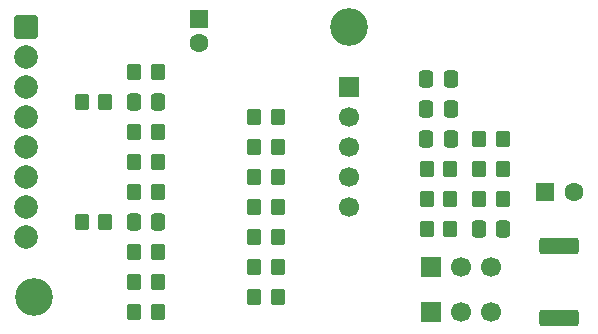
<source format=gbs>
G04 #@! TF.GenerationSoftware,KiCad,Pcbnew,9.0.6*
G04 #@! TF.CreationDate,2025-12-01T20:46:10-08:00*
G04 #@! TF.ProjectId,RocketServo,526f636b-6574-4536-9572-766f2e6b6963,n/c*
G04 #@! TF.SameCoordinates,Original*
G04 #@! TF.FileFunction,Soldermask,Bot*
G04 #@! TF.FilePolarity,Negative*
%FSLAX46Y46*%
G04 Gerber Fmt 4.6, Leading zero omitted, Abs format (unit mm)*
G04 Created by KiCad (PCBNEW 9.0.6) date 2025-12-01 20:46:10*
%MOMM*%
%LPD*%
G01*
G04 APERTURE LIST*
G04 Aperture macros list*
%AMRoundRect*
0 Rectangle with rounded corners*
0 $1 Rounding radius*
0 $2 $3 $4 $5 $6 $7 $8 $9 X,Y pos of 4 corners*
0 Add a 4 corners polygon primitive as box body*
4,1,4,$2,$3,$4,$5,$6,$7,$8,$9,$2,$3,0*
0 Add four circle primitives for the rounded corners*
1,1,$1+$1,$2,$3*
1,1,$1+$1,$4,$5*
1,1,$1+$1,$6,$7*
1,1,$1+$1,$8,$9*
0 Add four rect primitives between the rounded corners*
20,1,$1+$1,$2,$3,$4,$5,0*
20,1,$1+$1,$4,$5,$6,$7,0*
20,1,$1+$1,$6,$7,$8,$9,0*
20,1,$1+$1,$8,$9,$2,$3,0*%
G04 Aperture macros list end*
%ADD10R,1.700000X1.700000*%
%ADD11C,1.700000*%
%ADD12RoundRect,0.250000X-0.550000X-0.550000X0.550000X-0.550000X0.550000X0.550000X-0.550000X0.550000X0*%
%ADD13C,1.600000*%
%ADD14C,3.200000*%
%ADD15RoundRect,0.250000X-0.750000X0.750000X-0.750000X-0.750000X0.750000X-0.750000X0.750000X0.750000X0*%
%ADD16C,2.000000*%
%ADD17RoundRect,0.250000X-0.550000X0.550000X-0.550000X-0.550000X0.550000X-0.550000X0.550000X0.550000X0*%
%ADD18RoundRect,0.250000X0.350000X0.450000X-0.350000X0.450000X-0.350000X-0.450000X0.350000X-0.450000X0*%
%ADD19RoundRect,0.250000X-0.350000X-0.450000X0.350000X-0.450000X0.350000X0.450000X-0.350000X0.450000X0*%
%ADD20RoundRect,0.250000X-0.337500X-0.475000X0.337500X-0.475000X0.337500X0.475000X-0.337500X0.475000X0*%
%ADD21RoundRect,0.250000X0.337500X0.475000X-0.337500X0.475000X-0.337500X-0.475000X0.337500X-0.475000X0*%
%ADD22RoundRect,0.249999X1.425001X-0.450001X1.425001X0.450001X-1.425001X0.450001X-1.425001X-0.450001X0*%
G04 APERTURE END LIST*
D10*
X106045000Y-119380000D03*
D11*
X108585000Y-119380000D03*
X111125000Y-119380000D03*
D12*
X115657621Y-113030000D03*
D13*
X118157621Y-113030000D03*
D14*
X72390000Y-121920000D03*
D10*
X99060000Y-104140000D03*
D11*
X99060000Y-106680000D03*
X99060000Y-109220000D03*
X99060000Y-111760000D03*
X99060000Y-114300000D03*
D10*
X106045000Y-123190000D03*
D11*
X108585000Y-123190000D03*
X111125000Y-123190000D03*
D14*
X99060000Y-99060000D03*
D15*
X71755000Y-99060000D03*
D16*
X71755000Y-101600000D03*
X71755000Y-104140000D03*
X71755000Y-106680000D03*
X71755000Y-109220000D03*
X71755000Y-111760000D03*
X71755000Y-114300000D03*
X71755000Y-116840000D03*
D17*
X86360000Y-98425000D03*
D13*
X86360000Y-100425000D03*
D18*
X82915000Y-110490000D03*
X80915000Y-110490000D03*
D19*
X91075000Y-111760000D03*
X93075000Y-111760000D03*
D18*
X93075000Y-106680000D03*
X91075000Y-106680000D03*
X82915000Y-123190000D03*
X80915000Y-123190000D03*
X82915000Y-113030000D03*
X80915000Y-113030000D03*
D19*
X110125000Y-111125000D03*
X112125000Y-111125000D03*
D18*
X78470000Y-115570000D03*
X76470000Y-115570000D03*
D19*
X110125000Y-108585000D03*
X112125000Y-108585000D03*
D18*
X93075000Y-121920000D03*
X91075000Y-121920000D03*
D20*
X105642500Y-106045000D03*
X107717500Y-106045000D03*
D18*
X93075000Y-114300000D03*
X91075000Y-114300000D03*
D19*
X105680000Y-116205000D03*
X107680000Y-116205000D03*
X91075000Y-109220000D03*
X93075000Y-109220000D03*
D18*
X78470000Y-105410000D03*
X76470000Y-105410000D03*
D20*
X105642500Y-103505000D03*
X107717500Y-103505000D03*
D18*
X82915000Y-102870000D03*
X80915000Y-102870000D03*
X82915000Y-120650000D03*
X80915000Y-120650000D03*
D19*
X110125000Y-113665000D03*
X112125000Y-113665000D03*
D21*
X82952500Y-105410000D03*
X80877500Y-105410000D03*
D19*
X91075000Y-116840000D03*
X93075000Y-116840000D03*
D22*
X116840000Y-123700000D03*
X116840000Y-117600000D03*
D19*
X80915000Y-107950000D03*
X82915000Y-107950000D03*
X91075000Y-119380000D03*
X93075000Y-119380000D03*
D18*
X107680000Y-113665000D03*
X105680000Y-113665000D03*
D21*
X82952500Y-115570000D03*
X80877500Y-115570000D03*
D19*
X105680000Y-111125000D03*
X107680000Y-111125000D03*
D20*
X110087500Y-116205000D03*
X112162500Y-116205000D03*
X105642500Y-108585000D03*
X107717500Y-108585000D03*
D19*
X80915000Y-118110000D03*
X82915000Y-118110000D03*
M02*

</source>
